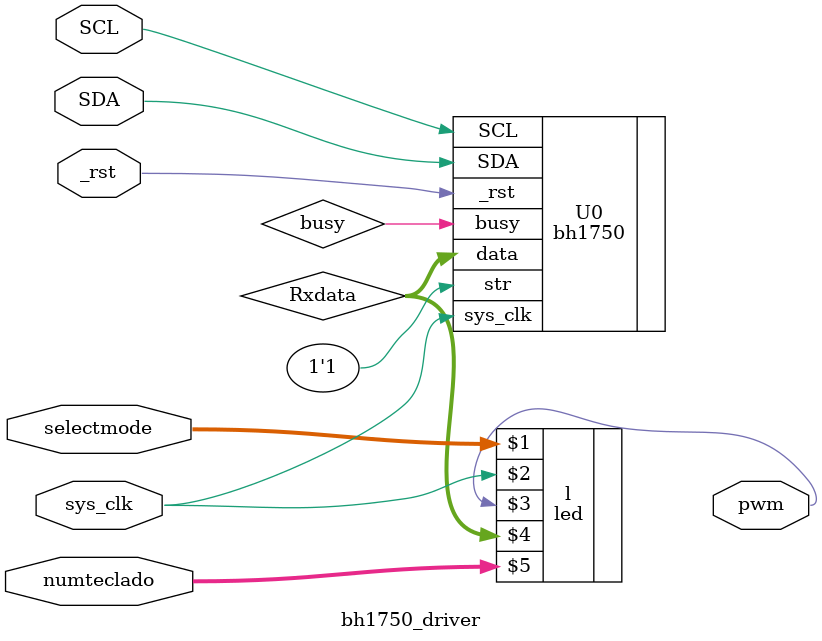
<source format=v>
module	bh1750_driver(sys_clk, _rst, SCL, SDA, pwm, selectmode, numteclado);
input [3:0] numteclado;
input [3:0] selectmode;
input sys_clk, _rst;
inout SDA, SCL;	
output pwm;
//---------------------------------------------------//		
wire busy;//
wire [15:0]Rxdata;//
//---------------------------------------------------//	
	bh1750 #(.Freq_MegaHZ(50))
		U0(
			.sys_clk(sys_clk),
			._rst(_rst),
			.str(1'b1),
			.SCL(SCL),
			.SDA(SDA),
			.data(Rxdata),
			.busy(busy)
	);
//---------------------------------------------------//


led l(selectmode, sys_clk, pwm, Rxdata, numteclado);


endmodule

</source>
